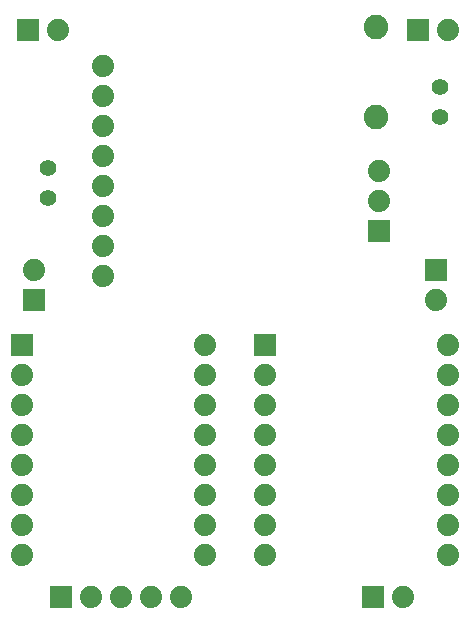
<source format=gbs>
G04 ---------------------------- Layer name :BOTTOM SOLDER LAYER*
G04 EasyEDA v5.6.15, Thu, 02 Aug 2018 18:58:32 GMT*
G04 c1dd2be7df344d0ea50767cdd4af59ce*
G04 Gerber Generator version 0.2*
G04 Scale: 100 percent, Rotated: No, Reflected: No *
G04 Dimensions in inches *
G04 leading zeros omitted , absolute positions ,2 integer and 4 decimal *
%FSLAX24Y24*%
%MOIN*%
G90*
G70D02*

%ADD17C,0.082000*%
%ADD27R,0.074000X0.074000*%
%ADD28C,0.074000*%
%ADD29C,0.055000*%

%LPD*%
G54D27*
G01X800Y9100D03*
G54D28*
G01X6900Y9100D03*
G01X800Y8100D03*
G01X800Y7100D03*
G01X800Y6100D03*
G01X800Y5100D03*
G01X800Y4100D03*
G01X800Y3100D03*
G01X800Y2100D03*
G01X6900Y8100D03*
G01X6900Y7100D03*
G01X6900Y6100D03*
G01X6900Y5100D03*
G01X6900Y4100D03*
G01X6900Y3100D03*
G01X6900Y2100D03*
G54D27*
G01X8900Y9100D03*
G54D28*
G01X15000Y9100D03*
G01X8900Y8100D03*
G01X8900Y7100D03*
G01X8900Y6100D03*
G01X8900Y5100D03*
G01X8900Y4100D03*
G01X8900Y3100D03*
G01X8900Y2100D03*
G01X15000Y8100D03*
G01X15000Y7100D03*
G01X15000Y6100D03*
G01X15000Y5100D03*
G01X15000Y4100D03*
G01X15000Y3100D03*
G01X15000Y2100D03*
G54D27*
G01X1000Y19600D03*
G54D28*
G01X2000Y19600D03*
G54D27*
G01X1200Y10600D03*
G54D28*
G01X1200Y11600D03*
G54D27*
G01X14000Y19600D03*
G54D28*
G01X15000Y19600D03*
G54D27*
G01X14600Y11600D03*
G54D28*
G01X14600Y10600D03*
G54D27*
G01X12500Y700D03*
G54D28*
G01X13500Y700D03*
G54D17*
G01X12600Y19700D03*
G01X12600Y16700D03*
G54D29*
G01X14730Y16690D03*
G01X14730Y17690D03*
G01X1669Y15009D03*
G01X1669Y14009D03*
G54D28*
G01X3500Y18400D03*
G01X3500Y17400D03*
G01X3500Y16400D03*
G01X3500Y15400D03*
G01X3500Y14400D03*
G01X3500Y13400D03*
G01X3500Y12400D03*
G01X3500Y11400D03*
G01X12700Y14900D03*
G01X12700Y13900D03*
G54D27*
G01X12700Y12900D03*
G01X2100Y700D03*
G54D28*
G01X3100Y700D03*
G01X4100Y700D03*
G01X5100Y700D03*
G01X6100Y700D03*
M00*
M02*

</source>
